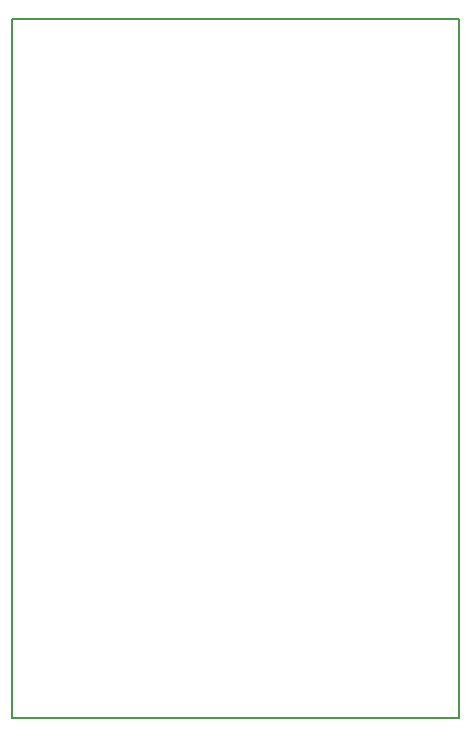
<source format=gbr>
G04 #@! TF.GenerationSoftware,KiCad,Pcbnew,(5.1.6)-1*
G04 #@! TF.CreationDate,2020-08-07T20:36:43-05:00*
G04 #@! TF.ProjectId,EncoderBoard2,456e636f-6465-4724-926f-617264322e6b,v1.0*
G04 #@! TF.SameCoordinates,Original*
G04 #@! TF.FileFunction,Profile,NP*
%FSLAX46Y46*%
G04 Gerber Fmt 4.6, Leading zero omitted, Abs format (unit mm)*
G04 Created by KiCad (PCBNEW (5.1.6)-1) date 2020-08-07 20:36:43*
%MOMM*%
%LPD*%
G01*
G04 APERTURE LIST*
G04 #@! TA.AperFunction,Profile*
%ADD10C,0.150000*%
G04 #@! TD*
G04 APERTURE END LIST*
D10*
X104140000Y-88138000D02*
X104140000Y-147320000D01*
X104140000Y-88138000D02*
X141986000Y-88138000D01*
X141986000Y-88138000D02*
X141986000Y-147320000D01*
X104140000Y-147320000D02*
X141986000Y-147320000D01*
M02*

</source>
